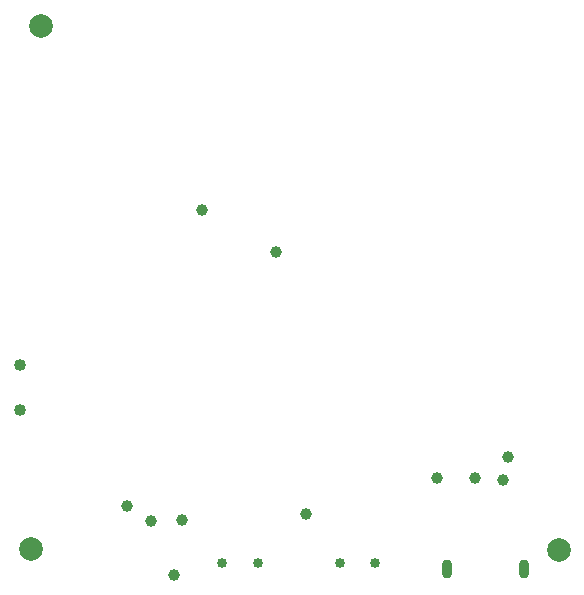
<source format=gbr>
%TF.GenerationSoftware,Altium Limited,Altium Designer,20.2.4 (192)*%
G04 Layer_Color=255*
%FSLAX26Y26*%
%MOIN*%
%TF.SameCoordinates,E8949934-62E6-4346-A9B8-0D5D28CF3135*%
%TF.FilePolarity,Positive*%
%TF.FileFunction,Pads,Bot*%
%TF.Part,Single*%
G01*
G75*
%TA.AperFunction,SMDPad,CuDef*%
%ADD11C,0.039370*%
%TA.AperFunction,ComponentPad*%
%ADD68C,0.033465*%
%ADD69C,0.040157*%
%TA.AperFunction,ViaPad*%
%ADD70C,0.078740*%
%TA.AperFunction,ComponentPad*%
%ADD71O,0.035433X0.062992*%
D11*
X423228Y302165D02*
D03*
X672000Y1288000D02*
D03*
X1691929Y467520D02*
D03*
X500984Y251969D02*
D03*
X1454724Y394685D02*
D03*
X1018701Y276575D02*
D03*
X1676240Y390689D02*
D03*
X604331Y255905D02*
D03*
X1580709Y394685D02*
D03*
X917000Y1148000D02*
D03*
X578000Y73000D02*
D03*
D68*
X1132000Y112000D02*
D03*
X1250110Y112000D02*
D03*
X858055D02*
D03*
X739945Y112000D02*
D03*
D69*
X64961Y622000D02*
D03*
Y772000D02*
D03*
D70*
X135000Y1904000D02*
D03*
X103000Y158000D02*
D03*
X1861000Y156000D02*
D03*
D71*
X1746677Y93000D02*
D03*
X1486834D02*
D03*
%TF.MD5,6fd12820fa656d96f109fef4f5f8aa3c*%
M02*

</source>
